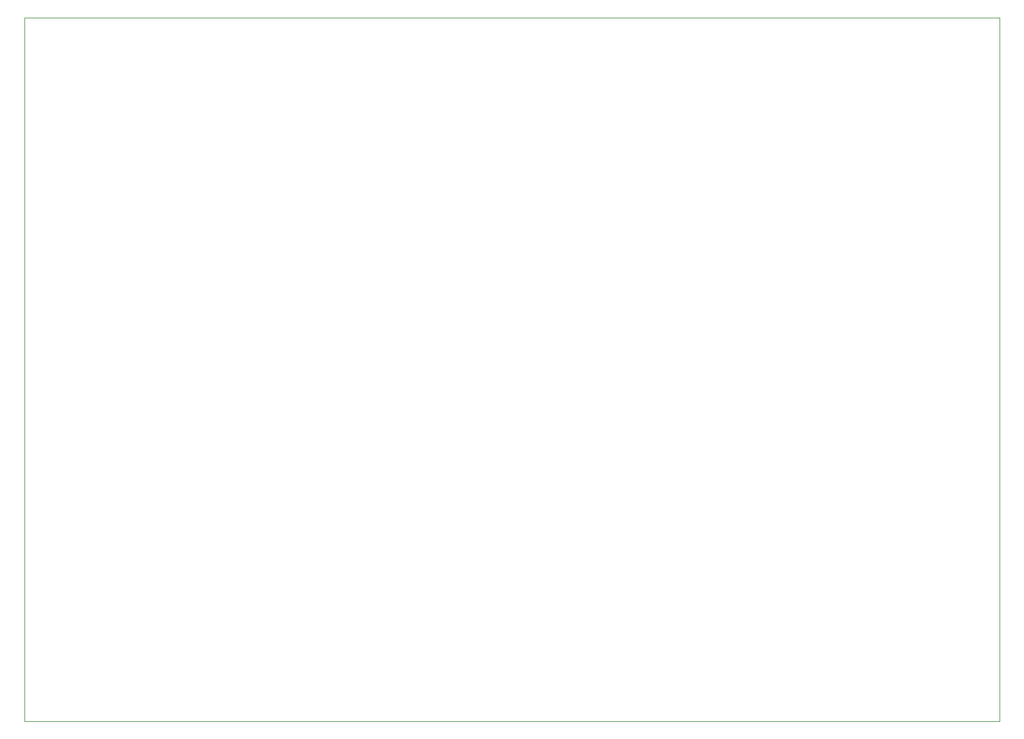
<source format=gbr>
G04 #@! TF.GenerationSoftware,KiCad,Pcbnew,(6.0.1)*
G04 #@! TF.CreationDate,2023-07-16T14:40:23+02:00*
G04 #@! TF.ProjectId,panel,70616e65-6c2e-46b6-9963-61645f706362,rev?*
G04 #@! TF.SameCoordinates,Original*
G04 #@! TF.FileFunction,Other,User*
%FSLAX46Y46*%
G04 Gerber Fmt 4.6, Leading zero omitted, Abs format (unit mm)*
G04 Created by KiCad (PCBNEW (6.0.1)) date 2023-07-16 14:40:23*
%MOMM*%
%LPD*%
G01*
G04 APERTURE LIST*
%ADD10C,0.100000*%
G04 APERTURE END LIST*
D10*
X65000000Y-41500000D02*
X200000000Y-41500000D01*
X200000000Y-41500000D02*
X200000000Y-139000000D01*
X200000000Y-139000000D02*
X65000000Y-139000000D01*
X65000000Y-139000000D02*
X65000000Y-41500000D01*
M02*

</source>
